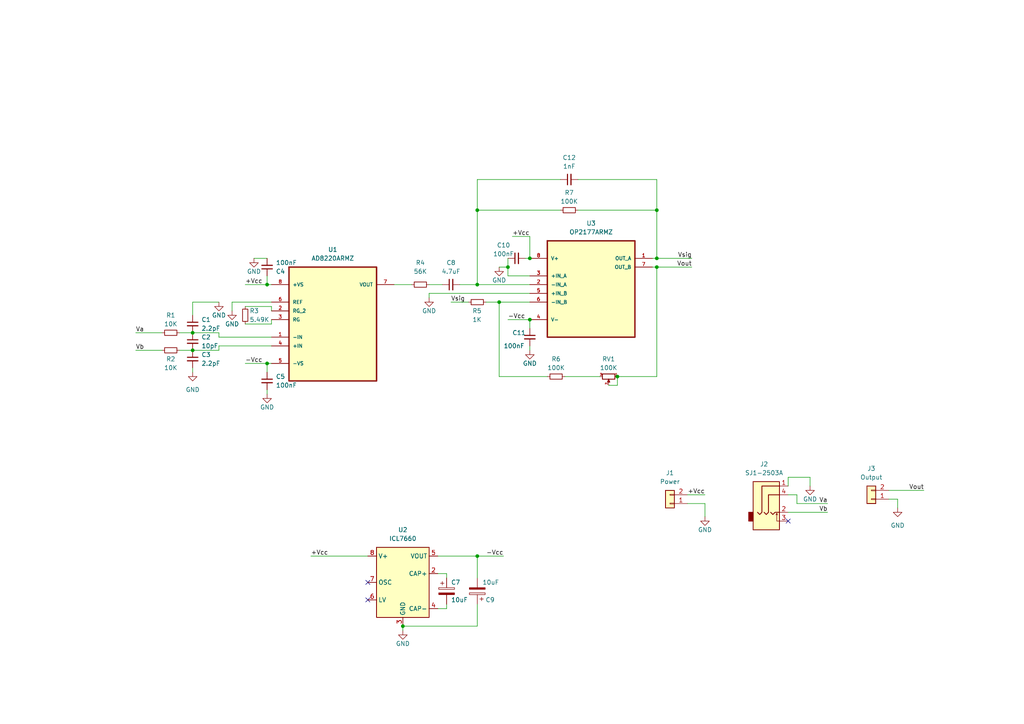
<source format=kicad_sch>
(kicad_sch (version 20211123) (generator eeschema)

  (uuid e63e39d7-6ac0-4ffd-8aa3-1841a4541b55)

  (paper "A4")

  (title_block
    (title "Differential Bio-amplifier")
    (date "2023-06-01")
    (rev "1.0")
    (company "RehabExo Pty Ltd")
    (comment 1 "Dr. Monzurul Alam")
  )

  (lib_symbols
    (symbol "Connector_Generic:Conn_01x02" (pin_names (offset 1.016) hide) (in_bom yes) (on_board yes)
      (property "Reference" "J" (id 0) (at 0 2.54 0)
        (effects (font (size 1.27 1.27)))
      )
      (property "Value" "Conn_01x02" (id 1) (at 0 -5.08 0)
        (effects (font (size 1.27 1.27)))
      )
      (property "Footprint" "" (id 2) (at 0 0 0)
        (effects (font (size 1.27 1.27)) hide)
      )
      (property "Datasheet" "~" (id 3) (at 0 0 0)
        (effects (font (size 1.27 1.27)) hide)
      )
      (property "ki_keywords" "connector" (id 4) (at 0 0 0)
        (effects (font (size 1.27 1.27)) hide)
      )
      (property "ki_description" "Generic connector, single row, 01x02, script generated (kicad-library-utils/schlib/autogen/connector/)" (id 5) (at 0 0 0)
        (effects (font (size 1.27 1.27)) hide)
      )
      (property "ki_fp_filters" "Connector*:*_1x??_*" (id 6) (at 0 0 0)
        (effects (font (size 1.27 1.27)) hide)
      )
      (symbol "Conn_01x02_1_1"
        (rectangle (start -1.27 -2.413) (end 0 -2.667)
          (stroke (width 0.1524) (type default) (color 0 0 0 0))
          (fill (type none))
        )
        (rectangle (start -1.27 0.127) (end 0 -0.127)
          (stroke (width 0.1524) (type default) (color 0 0 0 0))
          (fill (type none))
        )
        (rectangle (start -1.27 1.27) (end 1.27 -3.81)
          (stroke (width 0.254) (type default) (color 0 0 0 0))
          (fill (type background))
        )
        (pin passive line (at -5.08 0 0) (length 3.81)
          (name "Pin_1" (effects (font (size 1.27 1.27))))
          (number "1" (effects (font (size 1.27 1.27))))
        )
        (pin passive line (at -5.08 -2.54 0) (length 3.81)
          (name "Pin_2" (effects (font (size 1.27 1.27))))
          (number "2" (effects (font (size 1.27 1.27))))
        )
      )
    )
    (symbol "Device:C_Polarized" (pin_numbers hide) (pin_names (offset 0.254)) (in_bom yes) (on_board yes)
      (property "Reference" "C" (id 0) (at 0.635 2.54 0)
        (effects (font (size 1.27 1.27)) (justify left))
      )
      (property "Value" "C_Polarized" (id 1) (at 0.635 -2.54 0)
        (effects (font (size 1.27 1.27)) (justify left))
      )
      (property "Footprint" "" (id 2) (at 0.9652 -3.81 0)
        (effects (font (size 1.27 1.27)) hide)
      )
      (property "Datasheet" "~" (id 3) (at 0 0 0)
        (effects (font (size 1.27 1.27)) hide)
      )
      (property "ki_keywords" "cap capacitor" (id 4) (at 0 0 0)
        (effects (font (size 1.27 1.27)) hide)
      )
      (property "ki_description" "Polarized capacitor" (id 5) (at 0 0 0)
        (effects (font (size 1.27 1.27)) hide)
      )
      (property "ki_fp_filters" "CP_*" (id 6) (at 0 0 0)
        (effects (font (size 1.27 1.27)) hide)
      )
      (symbol "C_Polarized_0_1"
        (rectangle (start -2.286 0.508) (end 2.286 1.016)
          (stroke (width 0) (type default) (color 0 0 0 0))
          (fill (type none))
        )
        (polyline
          (pts
            (xy -1.778 2.286)
            (xy -0.762 2.286)
          )
          (stroke (width 0) (type default) (color 0 0 0 0))
          (fill (type none))
        )
        (polyline
          (pts
            (xy -1.27 2.794)
            (xy -1.27 1.778)
          )
          (stroke (width 0) (type default) (color 0 0 0 0))
          (fill (type none))
        )
        (rectangle (start 2.286 -0.508) (end -2.286 -1.016)
          (stroke (width 0) (type default) (color 0 0 0 0))
          (fill (type outline))
        )
      )
      (symbol "C_Polarized_1_1"
        (pin passive line (at 0 3.81 270) (length 2.794)
          (name "~" (effects (font (size 1.27 1.27))))
          (number "1" (effects (font (size 1.27 1.27))))
        )
        (pin passive line (at 0 -3.81 90) (length 2.794)
          (name "~" (effects (font (size 1.27 1.27))))
          (number "2" (effects (font (size 1.27 1.27))))
        )
      )
    )
    (symbol "Device:C_Small" (pin_numbers hide) (pin_names (offset 0.254) hide) (in_bom yes) (on_board yes)
      (property "Reference" "C" (id 0) (at 0.254 1.778 0)
        (effects (font (size 1.27 1.27)) (justify left))
      )
      (property "Value" "C_Small" (id 1) (at 0.254 -2.032 0)
        (effects (font (size 1.27 1.27)) (justify left))
      )
      (property "Footprint" "" (id 2) (at 0 0 0)
        (effects (font (size 1.27 1.27)) hide)
      )
      (property "Datasheet" "~" (id 3) (at 0 0 0)
        (effects (font (size 1.27 1.27)) hide)
      )
      (property "ki_keywords" "capacitor cap" (id 4) (at 0 0 0)
        (effects (font (size 1.27 1.27)) hide)
      )
      (property "ki_description" "Unpolarized capacitor, small symbol" (id 5) (at 0 0 0)
        (effects (font (size 1.27 1.27)) hide)
      )
      (property "ki_fp_filters" "C_*" (id 6) (at 0 0 0)
        (effects (font (size 1.27 1.27)) hide)
      )
      (symbol "C_Small_0_1"
        (polyline
          (pts
            (xy -1.524 -0.508)
            (xy 1.524 -0.508)
          )
          (stroke (width 0.3302) (type default) (color 0 0 0 0))
          (fill (type none))
        )
        (polyline
          (pts
            (xy -1.524 0.508)
            (xy 1.524 0.508)
          )
          (stroke (width 0.3048) (type default) (color 0 0 0 0))
          (fill (type none))
        )
      )
      (symbol "C_Small_1_1"
        (pin passive line (at 0 2.54 270) (length 2.032)
          (name "~" (effects (font (size 1.27 1.27))))
          (number "1" (effects (font (size 1.27 1.27))))
        )
        (pin passive line (at 0 -2.54 90) (length 2.032)
          (name "~" (effects (font (size 1.27 1.27))))
          (number "2" (effects (font (size 1.27 1.27))))
        )
      )
    )
    (symbol "Device:R_Potentiometer_Small" (pin_names (offset 1.016) hide) (in_bom yes) (on_board yes)
      (property "Reference" "RV" (id 0) (at -4.445 0 90)
        (effects (font (size 1.27 1.27)))
      )
      (property "Value" "R_Potentiometer_Small" (id 1) (at -2.54 0 90)
        (effects (font (size 1.27 1.27)))
      )
      (property "Footprint" "" (id 2) (at 0 0 0)
        (effects (font (size 1.27 1.27)) hide)
      )
      (property "Datasheet" "~" (id 3) (at 0 0 0)
        (effects (font (size 1.27 1.27)) hide)
      )
      (property "ki_keywords" "resistor variable" (id 4) (at 0 0 0)
        (effects (font (size 1.27 1.27)) hide)
      )
      (property "ki_description" "Potentiometer" (id 5) (at 0 0 0)
        (effects (font (size 1.27 1.27)) hide)
      )
      (property "ki_fp_filters" "Potentiometer*" (id 6) (at 0 0 0)
        (effects (font (size 1.27 1.27)) hide)
      )
      (symbol "R_Potentiometer_Small_0_1"
        (polyline
          (pts
            (xy 0.889 0)
            (xy 0.635 0)
            (xy 1.651 0.381)
            (xy 1.651 -0.381)
            (xy 0.635 0)
            (xy 0.889 0)
          )
          (stroke (width 0) (type default) (color 0 0 0 0))
          (fill (type outline))
        )
        (rectangle (start 0.762 1.8034) (end -0.762 -1.8034)
          (stroke (width 0.254) (type default) (color 0 0 0 0))
          (fill (type none))
        )
      )
      (symbol "R_Potentiometer_Small_1_1"
        (pin passive line (at 0 2.54 270) (length 0.635)
          (name "1" (effects (font (size 0.635 0.635))))
          (number "1" (effects (font (size 0.635 0.635))))
        )
        (pin passive line (at 2.54 0 180) (length 0.9906)
          (name "2" (effects (font (size 0.635 0.635))))
          (number "2" (effects (font (size 0.635 0.635))))
        )
        (pin passive line (at 0 -2.54 90) (length 0.635)
          (name "3" (effects (font (size 0.635 0.635))))
          (number "3" (effects (font (size 0.635 0.635))))
        )
      )
    )
    (symbol "Device:R_Small" (pin_numbers hide) (pin_names (offset 0.254) hide) (in_bom yes) (on_board yes)
      (property "Reference" "R" (id 0) (at 0.762 0.508 0)
        (effects (font (size 1.27 1.27)) (justify left))
      )
      (property "Value" "R_Small" (id 1) (at 0.762 -1.016 0)
        (effects (font (size 1.27 1.27)) (justify left))
      )
      (property "Footprint" "" (id 2) (at 0 0 0)
        (effects (font (size 1.27 1.27)) hide)
      )
      (property "Datasheet" "~" (id 3) (at 0 0 0)
        (effects (font (size 1.27 1.27)) hide)
      )
      (property "ki_keywords" "R resistor" (id 4) (at 0 0 0)
        (effects (font (size 1.27 1.27)) hide)
      )
      (property "ki_description" "Resistor, small symbol" (id 5) (at 0 0 0)
        (effects (font (size 1.27 1.27)) hide)
      )
      (property "ki_fp_filters" "R_*" (id 6) (at 0 0 0)
        (effects (font (size 1.27 1.27)) hide)
      )
      (symbol "R_Small_0_1"
        (rectangle (start -0.762 1.778) (end 0.762 -1.778)
          (stroke (width 0.2032) (type default) (color 0 0 0 0))
          (fill (type none))
        )
      )
      (symbol "R_Small_1_1"
        (pin passive line (at 0 2.54 270) (length 0.762)
          (name "~" (effects (font (size 1.27 1.27))))
          (number "1" (effects (font (size 1.27 1.27))))
        )
        (pin passive line (at 0 -2.54 90) (length 0.762)
          (name "~" (effects (font (size 1.27 1.27))))
          (number "2" (effects (font (size 1.27 1.27))))
        )
      )
    )
    (symbol "Regulator_SwitchedCapacitor:ICL7660" (in_bom yes) (on_board yes)
      (property "Reference" "U" (id 0) (at -6.35 11.43 0)
        (effects (font (size 1.27 1.27)))
      )
      (property "Value" "ICL7660" (id 1) (at 3.81 11.43 0)
        (effects (font (size 1.27 1.27)))
      )
      (property "Footprint" "" (id 2) (at 2.54 -2.54 0)
        (effects (font (size 1.27 1.27)) hide)
      )
      (property "Datasheet" "http://datasheets.maximintegrated.com/en/ds/ICL7660-MAX1044.pdf" (id 3) (at 2.54 -2.54 0)
        (effects (font (size 1.27 1.27)) hide)
      )
      (property "ki_keywords" "monolithic CMOS switched capacitor voltage converter invert double divide multiply" (id 4) (at 0 0 0)
        (effects (font (size 1.27 1.27)) hide)
      )
      (property "ki_description" "Switched-Capacitor Voltage Converter, 1.5V to 10.0V operating supply voltage, 10mA with a 0.5V output drop, SO-8/DIP-8/µMAX-8/TO-99" (id 5) (at 0 0 0)
        (effects (font (size 1.27 1.27)) hide)
      )
      (property "ki_fp_filters" "DIP*W7.62mm* SOIC*3.9x4.9mm* MSOP*3x3mm*P0.65mm* TO?99*" (id 6) (at 0 0 0)
        (effects (font (size 1.27 1.27)) hide)
      )
      (symbol "ICL7660_0_1"
        (rectangle (start -7.62 10.16) (end 7.62 -10.16)
          (stroke (width 0.254) (type default) (color 0 0 0 0))
          (fill (type background))
        )
      )
      (symbol "ICL7660_1_1"
        (pin no_connect line (at -7.62 5.08 0) (length 2.54) hide
          (name "NC" (effects (font (size 1.27 1.27))))
          (number "1" (effects (font (size 1.27 1.27))))
        )
        (pin input line (at 10.16 2.54 180) (length 2.54)
          (name "CAP+" (effects (font (size 1.27 1.27))))
          (number "2" (effects (font (size 1.27 1.27))))
        )
        (pin power_in line (at 0 -12.7 90) (length 2.54)
          (name "GND" (effects (font (size 1.27 1.27))))
          (number "3" (effects (font (size 1.27 1.27))))
        )
        (pin input line (at 10.16 -7.62 180) (length 2.54)
          (name "CAP-" (effects (font (size 1.27 1.27))))
          (number "4" (effects (font (size 1.27 1.27))))
        )
        (pin power_out line (at 10.16 7.62 180) (length 2.54)
          (name "VOUT" (effects (font (size 1.27 1.27))))
          (number "5" (effects (font (size 1.27 1.27))))
        )
        (pin input line (at -10.16 -5.08 0) (length 2.54)
          (name "LV" (effects (font (size 1.27 1.27))))
          (number "6" (effects (font (size 1.27 1.27))))
        )
        (pin input line (at -10.16 0 0) (length 2.54)
          (name "OSC" (effects (font (size 1.27 1.27))))
          (number "7" (effects (font (size 1.27 1.27))))
        )
        (pin power_in line (at -10.16 7.62 0) (length 2.54)
          (name "V+" (effects (font (size 1.27 1.27))))
          (number "8" (effects (font (size 1.27 1.27))))
        )
      )
    )
    (symbol "RehabExo:AD8220ARMZ" (pin_names (offset 1.016)) (in_bom yes) (on_board yes)
      (property "Reference" "U" (id 0) (at -4.4742 15.8124 0)
        (effects (font (size 1.27 1.27)) (justify left bottom))
      )
      (property "Value" "AD8220ARMZ" (id 1) (at -5.1909 -25.2165 0)
        (effects (font (size 1.27 1.27)) (justify left bottom))
      )
      (property "Footprint" "SOP65P490X110-8N" (id 2) (at 0 3.81 0)
        (effects (font (size 1.27 1.27)) (justify bottom) hide)
      )
      (property "Datasheet" "" (id 3) (at 0 0 0)
        (effects (font (size 1.27 1.27)) hide)
      )
      (property "SUPPLIER" "Analog Devices" (id 4) (at 0 -3.81 0)
        (effects (font (size 1.27 1.27)) (justify bottom) hide)
      )
      (property "OC_FARNELL" "1274225" (id 5) (at 0 -7.62 0)
        (effects (font (size 1.27 1.27)) (justify bottom) hide)
      )
      (property "OC_NEWARK" "19M0944" (id 6) (at 0 -10.16 0)
        (effects (font (size 1.27 1.27)) (justify bottom) hide)
      )
      (property "MPN" "AD8220ARMZ" (id 7) (at 0 -13.97 0)
        (effects (font (size 1.27 1.27)) (justify bottom) hide)
      )
      (property "PACKAGE" "MSOP-8" (id 8) (at 0 1.27 0)
        (effects (font (size 1.27 1.27)) (justify bottom) hide)
      )
      (symbol "AD8220ARMZ_0_0"
        (rectangle (start -12.7 -20.32) (end 12.7 12.7)
          (stroke (width 0.4064) (type default) (color 0 0 0 0))
          (fill (type background))
        )
        (pin input line (at -17.78 -7.62 0) (length 5.08)
          (name "-IN" (effects (font (size 1.016 1.016))))
          (number "1" (effects (font (size 1.016 1.016))))
        )
        (pin passive line (at -17.78 0 0) (length 5.08)
          (name "RG_2" (effects (font (size 1.016 1.016))))
          (number "2" (effects (font (size 1.016 1.016))))
        )
        (pin passive line (at -17.78 -2.54 0) (length 5.08)
          (name "RG" (effects (font (size 1.016 1.016))))
          (number "3" (effects (font (size 1.016 1.016))))
        )
        (pin input line (at -17.78 -10.16 0) (length 5.08)
          (name "+IN" (effects (font (size 1.016 1.016))))
          (number "4" (effects (font (size 1.016 1.016))))
        )
        (pin power_in line (at -17.78 -15.24 0) (length 5.08)
          (name "-VS" (effects (font (size 1.016 1.016))))
          (number "5" (effects (font (size 1.016 1.016))))
        )
        (pin passive line (at -17.78 2.54 0) (length 5.08)
          (name "REF" (effects (font (size 1.016 1.016))))
          (number "6" (effects (font (size 1.016 1.016))))
        )
        (pin output line (at 17.78 7.62 180) (length 5.08)
          (name "VOUT" (effects (font (size 1.016 1.016))))
          (number "7" (effects (font (size 1.016 1.016))))
        )
        (pin power_in line (at -17.78 7.62 0) (length 5.08)
          (name "+VS" (effects (font (size 1.016 1.016))))
          (number "8" (effects (font (size 1.016 1.016))))
        )
      )
    )
    (symbol "RehabExo:OP2177ARMZ" (pin_names (offset 1.016)) (in_bom yes) (on_board yes)
      (property "Reference" "U" (id 0) (at -4.9024 12.0148 0)
        (effects (font (size 1.27 1.27)) (justify left bottom))
      )
      (property "Value" "OP2177ARMZ" (id 1) (at -7.1151 -20.7862 0)
        (effects (font (size 1.27 1.27)) (justify left bottom))
      )
      (property "Footprint" "SOP65P490X110-8N" (id 2) (at 0 -11.43 0)
        (effects (font (size 1.27 1.27)) (justify bottom) hide)
      )
      (property "Datasheet" "" (id 3) (at 0 0 0)
        (effects (font (size 1.27 1.27)) hide)
      )
      (property "SUPPLIER" "Analog Devices" (id 4) (at 0 -15.24 0)
        (effects (font (size 1.27 1.27)) (justify bottom) hide)
      )
      (property "OC_FARNELL" "1843948" (id 5) (at 0 2.54 0)
        (effects (font (size 1.27 1.27)) (justify bottom) hide)
      )
      (property "OC_NEWARK" "22P9696" (id 6) (at 0 -2.54 0)
        (effects (font (size 1.27 1.27)) (justify bottom) hide)
      )
      (property "MPN" "OP2177ARMZ" (id 7) (at 0 0 0)
        (effects (font (size 1.27 1.27)) (justify bottom) hide)
      )
      (property "PACKAGE" "MSOP-8" (id 8) (at 0 5.08 0)
        (effects (font (size 1.27 1.27)) (justify bottom) hide)
      )
      (symbol "OP2177ARMZ_0_0"
        (rectangle (start -12.7 -17.78) (end 12.7 10.16)
          (stroke (width 0.4064) (type default) (color 0 0 0 0))
          (fill (type background))
        )
        (pin output line (at 17.78 5.08 180) (length 5.08)
          (name "OUT_A" (effects (font (size 1.016 1.016))))
          (number "1" (effects (font (size 1.016 1.016))))
        )
        (pin input line (at -17.78 -2.54 0) (length 5.08)
          (name "-IN_A" (effects (font (size 1.016 1.016))))
          (number "2" (effects (font (size 1.016 1.016))))
        )
        (pin input line (at -17.78 0 0) (length 5.08)
          (name "+IN_A" (effects (font (size 1.016 1.016))))
          (number "3" (effects (font (size 1.016 1.016))))
        )
        (pin power_in line (at -17.78 -12.7 0) (length 5.08)
          (name "V-" (effects (font (size 1.016 1.016))))
          (number "4" (effects (font (size 1.016 1.016))))
        )
        (pin input line (at -17.78 -5.08 0) (length 5.08)
          (name "+IN_B" (effects (font (size 1.016 1.016))))
          (number "5" (effects (font (size 1.016 1.016))))
        )
        (pin input line (at -17.78 -7.62 0) (length 5.08)
          (name "-IN_B" (effects (font (size 1.016 1.016))))
          (number "6" (effects (font (size 1.016 1.016))))
        )
        (pin output line (at 17.78 2.54 180) (length 5.08)
          (name "OUT_B" (effects (font (size 1.016 1.016))))
          (number "7" (effects (font (size 1.016 1.016))))
        )
        (pin power_in line (at -17.78 5.08 0) (length 5.08)
          (name "V+" (effects (font (size 1.016 1.016))))
          (number "8" (effects (font (size 1.016 1.016))))
        )
      )
    )
    (symbol "RehabExo:SJ1-2503A" (in_bom yes) (on_board yes)
      (property "Reference" "J2" (id 0) (at -1.905 8.89 0)
        (effects (font (size 1.27 1.27)))
      )
      (property "Value" "SJ1-2503A" (id 1) (at -1.905 6.35 0)
        (effects (font (size 1.27 1.27)))
      )
      (property "Footprint" "RehabExo:CUI_SJ1-2503A" (id 2) (at 0 0 0)
        (effects (font (size 1.27 1.27)) hide)
      )
      (property "Datasheet" "~" (id 3) (at 0 0 0)
        (effects (font (size 1.27 1.27)) hide)
      )
      (property "ki_keywords" "audio jack receptacle stereo headphones phones TRS connector" (id 4) (at 0 0 0)
        (effects (font (size 1.27 1.27)) hide)
      )
      (property "ki_description" "Audio Jack, 3 Poles (Stereo / TRS), Switched TR Poles (Normalling)" (id 5) (at 0 0 0)
        (effects (font (size 1.27 1.27)) hide)
      )
      (property "ki_fp_filters" "Jack*" (id 6) (at 0 0 0)
        (effects (font (size 1.27 1.27)) hide)
      )
      (symbol "SJ1-2503A_0_1"
        (rectangle (start -5.08 -5.08) (end -6.35 -7.62)
          (stroke (width 0.254) (type default) (color 0 0 0 0))
          (fill (type outline))
        )
        (polyline
          (pts
            (xy 1.778 -5.334)
            (xy 2.032 -5.842)
          )
          (stroke (width 0) (type default) (color 0 0 0 0))
          (fill (type none))
        )
        (polyline
          (pts
            (xy 0 -5.08)
            (xy 0.635 -5.715)
            (xy 1.27 -5.08)
            (xy 2.54 -5.08)
          )
          (stroke (width 0.254) (type default) (color 0 0 0 0))
          (fill (type none))
        )
        (polyline
          (pts
            (xy 2.54 -7.62)
            (xy 1.778 -7.62)
            (xy 1.778 -5.334)
            (xy 1.524 -5.842)
          )
          (stroke (width 0) (type default) (color 0 0 0 0))
          (fill (type none))
        )
        (polyline
          (pts
            (xy -1.905 -5.08)
            (xy -1.27 -5.715)
            (xy -0.635 -5.08)
            (xy -0.635 0)
            (xy 2.54 0)
          )
          (stroke (width 0.254) (type default) (color 0 0 0 0))
          (fill (type none))
        )
        (polyline
          (pts
            (xy 2.54 2.54)
            (xy -2.54 2.54)
            (xy -2.54 -5.08)
            (xy -3.175 -5.715)
            (xy -3.81 -5.08)
          )
          (stroke (width 0.254) (type default) (color 0 0 0 0))
          (fill (type none))
        )
        (rectangle (start 2.54 3.81) (end -5.08 -10.16)
          (stroke (width 0.254) (type default) (color 0 0 0 0))
          (fill (type background))
        )
      )
      (symbol "SJ1-2503A_1_1"
        (pin passive line (at 5.08 2.54 180) (length 2.54)
          (name "~" (effects (font (size 1.27 1.27))))
          (number "1" (effects (font (size 1.27 1.27))))
        )
        (pin passive line (at 5.08 -5.08 180) (length 2.54)
          (name "~" (effects (font (size 1.27 1.27))))
          (number "2" (effects (font (size 1.27 1.27))))
        )
        (pin passive line (at 5.08 -7.62 180) (length 2.54)
          (name "~" (effects (font (size 1.27 1.27))))
          (number "3" (effects (font (size 1.27 1.27))))
        )
        (pin passive line (at 5.08 0 180) (length 2.54)
          (name "~" (effects (font (size 1.27 1.27))))
          (number "4" (effects (font (size 1.27 1.27))))
        )
      )
    )
    (symbol "power:GND" (power) (pin_names (offset 0)) (in_bom yes) (on_board yes)
      (property "Reference" "#PWR" (id 0) (at 0 -6.35 0)
        (effects (font (size 1.27 1.27)) hide)
      )
      (property "Value" "GND" (id 1) (at 0 -3.81 0)
        (effects (font (size 1.27 1.27)))
      )
      (property "Footprint" "" (id 2) (at 0 0 0)
        (effects (font (size 1.27 1.27)) hide)
      )
      (property "Datasheet" "" (id 3) (at 0 0 0)
        (effects (font (size 1.27 1.27)) hide)
      )
      (property "ki_keywords" "power-flag" (id 4) (at 0 0 0)
        (effects (font (size 1.27 1.27)) hide)
      )
      (property "ki_description" "Power symbol creates a global label with name \"GND\" , ground" (id 5) (at 0 0 0)
        (effects (font (size 1.27 1.27)) hide)
      )
      (symbol "GND_0_1"
        (polyline
          (pts
            (xy 0 0)
            (xy 0 -1.27)
            (xy 1.27 -1.27)
            (xy 0 -2.54)
            (xy -1.27 -1.27)
            (xy 0 -1.27)
          )
          (stroke (width 0) (type default) (color 0 0 0 0))
          (fill (type none))
        )
      )
      (symbol "GND_1_1"
        (pin power_in line (at 0 0 270) (length 0) hide
          (name "GND" (effects (font (size 1.27 1.27))))
          (number "1" (effects (font (size 1.27 1.27))))
        )
      )
    )
  )

  (junction (at 190.5 77.47) (diameter 0) (color 0 0 0 0)
    (uuid 2b0ce9d8-e5a8-4ced-b2d1-07937172cc2d)
  )
  (junction (at 77.47 105.41) (diameter 0) (color 0 0 0 0)
    (uuid 331fca2f-00dd-4194-bcd3-6940ba754324)
  )
  (junction (at 55.88 101.6) (diameter 0) (color 0 0 0 0)
    (uuid 3561f999-5936-4dcf-bb4d-62af537bd011)
  )
  (junction (at 116.84 181.61) (diameter 0) (color 0 0 0 0)
    (uuid 6dd2b754-648f-4d5a-a7b4-c004c9b993e3)
  )
  (junction (at 190.5 60.96) (diameter 0) (color 0 0 0 0)
    (uuid 8f75cd58-c9f1-48a1-b28f-889e2dc11ddd)
  )
  (junction (at 55.88 96.52) (diameter 0) (color 0 0 0 0)
    (uuid aa05eb4d-42c4-43e7-a48b-0d6dbbf6e306)
  )
  (junction (at 138.43 82.55) (diameter 0) (color 0 0 0 0)
    (uuid c75e8792-715c-4b5c-a6eb-bd6adec1d8d3)
  )
  (junction (at 138.43 161.29) (diameter 0) (color 0 0 0 0)
    (uuid cc1b77af-799a-48de-a9a3-c6ffc84bdf10)
  )
  (junction (at 144.78 87.63) (diameter 0) (color 0 0 0 0)
    (uuid ce478f58-f93e-4a7e-945b-b1d5d7dd2cf5)
  )
  (junction (at 179.07 109.22) (diameter 0) (color 0 0 0 0)
    (uuid d4298ac0-4845-45b4-8122-80254eedf816)
  )
  (junction (at 190.5 74.93) (diameter 0) (color 0 0 0 0)
    (uuid d906bcc2-5ba3-496c-ac0e-a4f405041232)
  )
  (junction (at 77.47 82.55) (diameter 0) (color 0 0 0 0)
    (uuid dacb71a5-c032-43ca-b9a2-95f389786d67)
  )
  (junction (at 153.67 74.93) (diameter 0) (color 0 0 0 0)
    (uuid e0b7acd7-6d7a-48aa-93f0-48f7c9b1c5a1)
  )
  (junction (at 147.32 77.47) (diameter 0) (color 0 0 0 0)
    (uuid e9073366-f7a1-46d1-bf29-55dc27979fb2)
  )
  (junction (at 138.43 60.96) (diameter 0) (color 0 0 0 0)
    (uuid e9ddbacf-db9e-4cf7-ab10-6754154d4a9a)
  )
  (junction (at 153.67 92.71) (diameter 0) (color 0 0 0 0)
    (uuid ebd0f565-f9ba-4bbd-ba8c-7df3f3b56711)
  )

  (no_connect (at 106.68 173.99) (uuid 2da0c218-f525-488e-ae52-b37371a9c8c4))
  (no_connect (at 106.68 168.91) (uuid 4274c955-0ff2-4ffd-b308-32c7740d7229))
  (no_connect (at 228.6 151.13) (uuid 69ef1ab4-7750-4ee4-9b28-77e931a6066e))

  (wire (pts (xy 190.5 109.22) (xy 179.07 109.22))
    (stroke (width 0) (type default) (color 0 0 0 0))
    (uuid 07a9f9f9-829c-43c9-bbe7-031f5e805038)
  )
  (wire (pts (xy 138.43 52.07) (xy 138.43 60.96))
    (stroke (width 0) (type default) (color 0 0 0 0))
    (uuid 0919d984-0b39-4945-b267-74c25d254bb1)
  )
  (wire (pts (xy 199.39 143.51) (xy 204.47 143.51))
    (stroke (width 0) (type default) (color 0 0 0 0))
    (uuid 0f421719-f160-492d-bab5-d03441391dd8)
  )
  (wire (pts (xy 147.32 74.93) (xy 147.32 77.47))
    (stroke (width 0) (type default) (color 0 0 0 0))
    (uuid 0f7b4435-6b14-4655-abfb-b6ff5e9a9c44)
  )
  (wire (pts (xy 78.74 97.79) (xy 63.5 97.79))
    (stroke (width 0) (type default) (color 0 0 0 0))
    (uuid 105246de-c9ae-4fdc-9fc3-c86c99693724)
  )
  (wire (pts (xy 153.67 85.09) (xy 124.46 85.09))
    (stroke (width 0) (type default) (color 0 0 0 0))
    (uuid 107a4ca7-37e8-41b4-8054-ba9f48425332)
  )
  (wire (pts (xy 71.12 93.98) (xy 78.74 93.98))
    (stroke (width 0) (type default) (color 0 0 0 0))
    (uuid 133e728c-162d-4714-adc6-0d67035a35ff)
  )
  (wire (pts (xy 71.12 105.41) (xy 77.47 105.41))
    (stroke (width 0) (type default) (color 0 0 0 0))
    (uuid 13b1816d-38f9-4373-8687-614c17c6e282)
  )
  (wire (pts (xy 231.14 143.51) (xy 231.14 146.05))
    (stroke (width 0) (type default) (color 0 0 0 0))
    (uuid 14a77aa2-14ec-4e88-86a7-80a991a1380e)
  )
  (wire (pts (xy 260.35 147.32) (xy 260.35 144.78))
    (stroke (width 0) (type default) (color 0 0 0 0))
    (uuid 1834c86d-bbde-4be6-aeb8-2f6e6893a9c3)
  )
  (wire (pts (xy 152.4 74.93) (xy 153.67 74.93))
    (stroke (width 0) (type default) (color 0 0 0 0))
    (uuid 195122c0-3106-4edc-8d48-3fadd5454fa2)
  )
  (wire (pts (xy 204.47 149.86) (xy 204.47 146.05))
    (stroke (width 0) (type default) (color 0 0 0 0))
    (uuid 1d0dffe6-228c-49f6-9f97-f819f3823467)
  )
  (wire (pts (xy 55.88 106.68) (xy 55.88 107.95))
    (stroke (width 0) (type default) (color 0 0 0 0))
    (uuid 1dcc7404-858a-4a0d-ab6c-cc05ab15dfb2)
  )
  (wire (pts (xy 228.6 143.51) (xy 231.14 143.51))
    (stroke (width 0) (type default) (color 0 0 0 0))
    (uuid 2444451f-73f0-43c9-bb3d-e2f493f5b6ac)
  )
  (wire (pts (xy 190.5 74.93) (xy 189.23 74.93))
    (stroke (width 0) (type default) (color 0 0 0 0))
    (uuid 25833480-ceb7-4fac-8b17-dfd89d242825)
  )
  (wire (pts (xy 130.81 87.63) (xy 135.89 87.63))
    (stroke (width 0) (type default) (color 0 0 0 0))
    (uuid 25c1c751-1314-4a40-8246-b27d96cfb841)
  )
  (wire (pts (xy 199.39 146.05) (xy 204.47 146.05))
    (stroke (width 0) (type default) (color 0 0 0 0))
    (uuid 2a142531-bd13-4321-a287-1d7ffeb4b3c1)
  )
  (wire (pts (xy 190.5 77.47) (xy 189.23 77.47))
    (stroke (width 0) (type default) (color 0 0 0 0))
    (uuid 2b4dac8c-85b9-4fc7-9f80-c540b8b08a93)
  )
  (wire (pts (xy 138.43 82.55) (xy 153.67 82.55))
    (stroke (width 0) (type default) (color 0 0 0 0))
    (uuid 2d82a8f4-46cc-432c-bdd5-fe61bc34b323)
  )
  (wire (pts (xy 153.67 74.93) (xy 153.67 68.58))
    (stroke (width 0) (type default) (color 0 0 0 0))
    (uuid 2dc2dabb-adc1-4d2b-bc57-d81e0a78e3e9)
  )
  (wire (pts (xy 124.46 85.09) (xy 124.46 86.36))
    (stroke (width 0) (type default) (color 0 0 0 0))
    (uuid 2e254b4c-e2a6-49db-a305-f9b5654e086f)
  )
  (wire (pts (xy 140.97 87.63) (xy 144.78 87.63))
    (stroke (width 0) (type default) (color 0 0 0 0))
    (uuid 30d68b67-e29b-4150-848e-18b4befd633b)
  )
  (wire (pts (xy 144.78 87.63) (xy 144.78 109.22))
    (stroke (width 0) (type default) (color 0 0 0 0))
    (uuid 340ea987-b5e0-4c2c-9ed6-fd3e2d52af7c)
  )
  (wire (pts (xy 190.5 77.47) (xy 200.66 77.47))
    (stroke (width 0) (type default) (color 0 0 0 0))
    (uuid 35f4c16e-ac3d-4fde-9944-ad5721af5d1f)
  )
  (wire (pts (xy 39.37 96.52) (xy 46.99 96.52))
    (stroke (width 0) (type default) (color 0 0 0 0))
    (uuid 36bbb720-702c-4315-bffc-15ee58741bd7)
  )
  (wire (pts (xy 133.35 82.55) (xy 138.43 82.55))
    (stroke (width 0) (type default) (color 0 0 0 0))
    (uuid 38539919-33fd-4f62-ae73-5e87a3a8c73b)
  )
  (wire (pts (xy 129.54 176.53) (xy 127 176.53))
    (stroke (width 0) (type default) (color 0 0 0 0))
    (uuid 3bd73262-7ee1-4541-8298-a0d7411e1d75)
  )
  (wire (pts (xy 52.07 101.6) (xy 55.88 101.6))
    (stroke (width 0) (type default) (color 0 0 0 0))
    (uuid 41d4f8af-1867-4d58-b12b-9bef3ec5f44b)
  )
  (wire (pts (xy 162.56 52.07) (xy 138.43 52.07))
    (stroke (width 0) (type default) (color 0 0 0 0))
    (uuid 4354d91b-057f-4472-89ec-cff40741bc05)
  )
  (wire (pts (xy 129.54 175.26) (xy 129.54 176.53))
    (stroke (width 0) (type default) (color 0 0 0 0))
    (uuid 440e56b8-e696-4feb-9521-3e1f16f39a02)
  )
  (wire (pts (xy 158.75 109.22) (xy 144.78 109.22))
    (stroke (width 0) (type default) (color 0 0 0 0))
    (uuid 4669d9ff-c0ec-482a-b489-7c05d988bfaf)
  )
  (wire (pts (xy 190.5 52.07) (xy 190.5 60.96))
    (stroke (width 0) (type default) (color 0 0 0 0))
    (uuid 46f18020-4467-41c9-a4fd-dce9b40a5a5b)
  )
  (wire (pts (xy 234.95 140.97) (xy 234.95 138.43))
    (stroke (width 0) (type default) (color 0 0 0 0))
    (uuid 4b98562f-c596-4155-995a-acfad9338eb8)
  )
  (wire (pts (xy 55.88 87.63) (xy 55.88 91.44))
    (stroke (width 0) (type default) (color 0 0 0 0))
    (uuid 5d2de054-a1a8-4caf-bfe7-6227b1fedc9a)
  )
  (wire (pts (xy 153.67 95.25) (xy 153.67 92.71))
    (stroke (width 0) (type default) (color 0 0 0 0))
    (uuid 5f454174-87f0-4216-976a-0bb0d4386e86)
  )
  (wire (pts (xy 78.74 105.41) (xy 77.47 105.41))
    (stroke (width 0) (type default) (color 0 0 0 0))
    (uuid 5f9e0f25-b363-4ce6-8919-04173779bed4)
  )
  (wire (pts (xy 260.35 144.78) (xy 257.81 144.78))
    (stroke (width 0) (type default) (color 0 0 0 0))
    (uuid 6356508c-5251-4c65-80dd-7e189b2aed40)
  )
  (wire (pts (xy 77.47 105.41) (xy 77.47 107.95))
    (stroke (width 0) (type default) (color 0 0 0 0))
    (uuid 65278bfc-14d1-478b-8143-85b3c07e62c3)
  )
  (wire (pts (xy 39.37 101.6) (xy 46.99 101.6))
    (stroke (width 0) (type default) (color 0 0 0 0))
    (uuid 676e6c94-3afb-4169-a7f3-492a81da61c6)
  )
  (wire (pts (xy 78.74 88.9) (xy 78.74 90.17))
    (stroke (width 0) (type default) (color 0 0 0 0))
    (uuid 697eb581-3152-42f2-8cfa-b193c639d6e5)
  )
  (wire (pts (xy 148.59 68.58) (xy 153.67 68.58))
    (stroke (width 0) (type default) (color 0 0 0 0))
    (uuid 6981110e-1062-4802-9028-410496a9894a)
  )
  (wire (pts (xy 116.84 181.61) (xy 116.84 182.88))
    (stroke (width 0) (type default) (color 0 0 0 0))
    (uuid 6ad02073-0558-42a4-92fa-4add44c180cf)
  )
  (wire (pts (xy 77.47 80.01) (xy 77.47 82.55))
    (stroke (width 0) (type default) (color 0 0 0 0))
    (uuid 6f5a540d-035c-4845-ac39-129c5cdec009)
  )
  (wire (pts (xy 162.56 60.96) (xy 138.43 60.96))
    (stroke (width 0) (type default) (color 0 0 0 0))
    (uuid 6f7485fa-3a45-4b65-b722-cd354ea0e900)
  )
  (wire (pts (xy 147.32 92.71) (xy 153.67 92.71))
    (stroke (width 0) (type default) (color 0 0 0 0))
    (uuid 744ed5e7-0c7e-4724-9cec-bb8e818427d4)
  )
  (wire (pts (xy 63.5 97.79) (xy 63.5 96.52))
    (stroke (width 0) (type default) (color 0 0 0 0))
    (uuid 79d8cc8c-e269-4123-9a7d-92ffcff2671b)
  )
  (wire (pts (xy 78.74 82.55) (xy 77.47 82.55))
    (stroke (width 0) (type default) (color 0 0 0 0))
    (uuid 7a87926d-df35-4cb1-ae8d-8eebe9db17c5)
  )
  (wire (pts (xy 144.78 87.63) (xy 153.67 87.63))
    (stroke (width 0) (type default) (color 0 0 0 0))
    (uuid 7d1502a8-28fe-4d91-a049-c97057fd517f)
  )
  (wire (pts (xy 138.43 175.26) (xy 138.43 181.61))
    (stroke (width 0) (type default) (color 0 0 0 0))
    (uuid 87a79b8f-2884-4c6d-9e08-6da03103a9bc)
  )
  (wire (pts (xy 71.12 82.55) (xy 77.47 82.55))
    (stroke (width 0) (type default) (color 0 0 0 0))
    (uuid 89976b55-2698-47a5-a9e0-9e3b0e239da1)
  )
  (wire (pts (xy 77.47 113.03) (xy 77.47 114.3))
    (stroke (width 0) (type default) (color 0 0 0 0))
    (uuid 89d687e9-8902-4af1-8043-9aa106178e65)
  )
  (wire (pts (xy 138.43 161.29) (xy 138.43 167.64))
    (stroke (width 0) (type default) (color 0 0 0 0))
    (uuid 8f49d87f-befd-444f-8bc1-dc45adf26600)
  )
  (wire (pts (xy 71.12 88.9) (xy 78.74 88.9))
    (stroke (width 0) (type default) (color 0 0 0 0))
    (uuid 8fbe5c43-e0d1-4f68-803a-33ef56ff8ec9)
  )
  (wire (pts (xy 153.67 80.01) (xy 147.32 80.01))
    (stroke (width 0) (type default) (color 0 0 0 0))
    (uuid 92815045-58fb-4960-8073-aa564b79ca18)
  )
  (wire (pts (xy 179.07 109.22) (xy 179.07 111.76))
    (stroke (width 0) (type default) (color 0 0 0 0))
    (uuid 92f62e68-c918-4246-80f6-28eca1ede8b7)
  )
  (wire (pts (xy 228.6 148.59) (xy 240.03 148.59))
    (stroke (width 0) (type default) (color 0 0 0 0))
    (uuid 93ac230c-ea7e-4081-9108-43e82884346c)
  )
  (wire (pts (xy 176.53 111.76) (xy 179.07 111.76))
    (stroke (width 0) (type default) (color 0 0 0 0))
    (uuid 9acb9b2f-726f-4665-be5f-14e938ac88a8)
  )
  (wire (pts (xy 127 161.29) (xy 138.43 161.29))
    (stroke (width 0) (type default) (color 0 0 0 0))
    (uuid a05199a1-3017-4a2a-b893-ebc3b2f9310b)
  )
  (wire (pts (xy 55.88 96.52) (xy 63.5 96.52))
    (stroke (width 0) (type default) (color 0 0 0 0))
    (uuid a1403ee5-47d0-42c2-b674-d4f93f291c27)
  )
  (wire (pts (xy 67.31 87.63) (xy 67.31 90.17))
    (stroke (width 0) (type default) (color 0 0 0 0))
    (uuid a1fe7c02-942c-4c08-97d9-5ea85d13c90d)
  )
  (wire (pts (xy 63.5 87.63) (xy 55.88 87.63))
    (stroke (width 0) (type default) (color 0 0 0 0))
    (uuid a2119497-287d-430d-abbc-dd3ff27f00f3)
  )
  (wire (pts (xy 167.64 60.96) (xy 190.5 60.96))
    (stroke (width 0) (type default) (color 0 0 0 0))
    (uuid a5385ea8-ca32-4aca-a4a0-797cec2e9b1d)
  )
  (wire (pts (xy 129.54 167.64) (xy 129.54 166.37))
    (stroke (width 0) (type default) (color 0 0 0 0))
    (uuid b0228418-dad2-4b8d-a837-f46810bb487f)
  )
  (wire (pts (xy 190.5 74.93) (xy 200.66 74.93))
    (stroke (width 0) (type default) (color 0 0 0 0))
    (uuid b16840a8-7f34-4513-a8a6-ec1b1a83a139)
  )
  (wire (pts (xy 78.74 87.63) (xy 67.31 87.63))
    (stroke (width 0) (type default) (color 0 0 0 0))
    (uuid b7f9c9bd-ecba-4a8b-9419-cca0390ca926)
  )
  (wire (pts (xy 153.67 100.33) (xy 153.67 101.6))
    (stroke (width 0) (type default) (color 0 0 0 0))
    (uuid bb4fd7a5-8bcd-41cf-ab8f-29a58e8d42c2)
  )
  (wire (pts (xy 138.43 181.61) (xy 116.84 181.61))
    (stroke (width 0) (type default) (color 0 0 0 0))
    (uuid bc8836f4-9951-4b33-96ef-07d16eafd9ac)
  )
  (wire (pts (xy 190.5 109.22) (xy 190.5 77.47))
    (stroke (width 0) (type default) (color 0 0 0 0))
    (uuid bda8db5b-1907-4120-9406-d14df85516b2)
  )
  (wire (pts (xy 257.81 142.24) (xy 267.97 142.24))
    (stroke (width 0) (type default) (color 0 0 0 0))
    (uuid c1002f16-7a0a-4bc8-863c-357d86efccfb)
  )
  (wire (pts (xy 138.43 60.96) (xy 138.43 82.55))
    (stroke (width 0) (type default) (color 0 0 0 0))
    (uuid c11471b0-9844-41f4-83b4-58842d7533e5)
  )
  (wire (pts (xy 146.05 161.29) (xy 138.43 161.29))
    (stroke (width 0) (type default) (color 0 0 0 0))
    (uuid c2bc01f4-5091-4e65-a37e-2f806332483e)
  )
  (wire (pts (xy 114.3 82.55) (xy 119.38 82.55))
    (stroke (width 0) (type default) (color 0 0 0 0))
    (uuid c37a3d82-0053-4f2c-beb4-1759afae0b1a)
  )
  (wire (pts (xy 52.07 96.52) (xy 55.88 96.52))
    (stroke (width 0) (type default) (color 0 0 0 0))
    (uuid c6fe6585-150f-47cf-8972-cb7736081eb9)
  )
  (wire (pts (xy 190.5 60.96) (xy 190.5 74.93))
    (stroke (width 0) (type default) (color 0 0 0 0))
    (uuid c7c325a4-7604-4afc-9e1f-64b594270bc3)
  )
  (wire (pts (xy 147.32 80.01) (xy 147.32 77.47))
    (stroke (width 0) (type default) (color 0 0 0 0))
    (uuid cb6e20c8-0bbd-4c7f-a3aa-a14108c0fd46)
  )
  (wire (pts (xy 55.88 101.6) (xy 63.5 101.6))
    (stroke (width 0) (type default) (color 0 0 0 0))
    (uuid cd8f0709-e85b-405f-a762-1e67e3473fa9)
  )
  (wire (pts (xy 228.6 138.43) (xy 234.95 138.43))
    (stroke (width 0) (type default) (color 0 0 0 0))
    (uuid d8aba0f6-038b-4685-834b-637f83014fbd)
  )
  (wire (pts (xy 78.74 92.71) (xy 78.74 93.98))
    (stroke (width 0) (type default) (color 0 0 0 0))
    (uuid d8b830a2-54cd-40f6-8a7e-669f55b74fcf)
  )
  (wire (pts (xy 90.17 161.29) (xy 106.68 161.29))
    (stroke (width 0) (type default) (color 0 0 0 0))
    (uuid d9df4706-58da-4a90-a1fe-b2924e00b116)
  )
  (wire (pts (xy 167.64 52.07) (xy 190.5 52.07))
    (stroke (width 0) (type default) (color 0 0 0 0))
    (uuid d9f4a36a-78b5-4428-ae65-a51c0353e2b9)
  )
  (wire (pts (xy 73.66 74.93) (xy 77.47 74.93))
    (stroke (width 0) (type default) (color 0 0 0 0))
    (uuid dc37460f-b8e6-4432-851f-b2e1ec995d40)
  )
  (wire (pts (xy 63.5 100.33) (xy 63.5 101.6))
    (stroke (width 0) (type default) (color 0 0 0 0))
    (uuid deb6e52d-1996-4f59-a952-5979df2bc57c)
  )
  (wire (pts (xy 231.14 146.05) (xy 240.03 146.05))
    (stroke (width 0) (type default) (color 0 0 0 0))
    (uuid e360178c-a17a-4d58-8796-c707f6e15876)
  )
  (wire (pts (xy 228.6 138.43) (xy 228.6 140.97))
    (stroke (width 0) (type default) (color 0 0 0 0))
    (uuid ee972bd2-db3b-42e3-8564-d28a1f83f808)
  )
  (wire (pts (xy 78.74 100.33) (xy 63.5 100.33))
    (stroke (width 0) (type default) (color 0 0 0 0))
    (uuid f28044c1-0c80-4292-910c-1b6b6214fc28)
  )
  (wire (pts (xy 129.54 166.37) (xy 127 166.37))
    (stroke (width 0) (type default) (color 0 0 0 0))
    (uuid f2ccfe83-d3b4-4bcf-8563-fa0bd5654db1)
  )
  (wire (pts (xy 144.78 77.47) (xy 147.32 77.47))
    (stroke (width 0) (type default) (color 0 0 0 0))
    (uuid f581ea40-8a0f-4d39-8eb2-d0dfdc3bf345)
  )
  (wire (pts (xy 163.83 109.22) (xy 173.99 109.22))
    (stroke (width 0) (type default) (color 0 0 0 0))
    (uuid fea28bad-1f85-4472-adf2-c2c299251c6b)
  )
  (wire (pts (xy 124.46 82.55) (xy 128.27 82.55))
    (stroke (width 0) (type default) (color 0 0 0 0))
    (uuid ff8a2ac4-9001-41c1-b18d-9cb6b5d6ffa0)
  )

  (label "-Vcc" (at 147.32 92.71 0)
    (effects (font (size 1.27 1.27)) (justify left bottom))
    (uuid 0810ecf8-7b0a-4661-8a4d-ea664f5ec98a)
  )
  (label "Vsig" (at 130.81 87.63 0)
    (effects (font (size 1.27 1.27)) (justify left bottom))
    (uuid 099ea30e-0064-4982-a32b-f6f14ad9339c)
  )
  (label "Vb" (at 39.37 101.6 0)
    (effects (font (size 1.27 1.27)) (justify left bottom))
    (uuid 0a7c1386-b091-4dcb-b396-d1d35e52c619)
  )
  (label "+Vcc" (at 204.47 143.51 180)
    (effects (font (size 1.27 1.27)) (justify right bottom))
    (uuid 0a958f34-48fd-4536-9ebc-30ea5b7db50c)
  )
  (label "+Vcc" (at 90.17 161.29 0)
    (effects (font (size 1.27 1.27)) (justify left bottom))
    (uuid 14f144e8-a085-4a54-95ce-59ac9db61474)
  )
  (label "Va" (at 39.37 96.52 0)
    (effects (font (size 1.27 1.27)) (justify left bottom))
    (uuid 1a7e8ceb-ab86-4150-b48a-d3abb0db8cbb)
  )
  (label "+Vcc" (at 71.12 82.55 0)
    (effects (font (size 1.27 1.27)) (justify left bottom))
    (uuid 30c8e67c-8496-4604-bd6a-50bcbaa164f5)
  )
  (label "Va" (at 240.03 146.05 180)
    (effects (font (size 1.27 1.27)) (justify right bottom))
    (uuid 342d80fa-91b3-4ffd-90cf-177a623be722)
  )
  (label "+Vcc" (at 148.59 68.58 0)
    (effects (font (size 1.27 1.27)) (justify left bottom))
    (uuid 40f70ed9-41ca-4c3d-a9fa-62cb1071be0b)
  )
  (label "Vb" (at 240.03 148.59 180)
    (effects (font (size 1.27 1.27)) (justify right bottom))
    (uuid 4bc9f5c6-c04f-4334-82cf-420511f71d6b)
  )
  (label "Vout" (at 267.97 142.24 180)
    (effects (font (size 1.27 1.27)) (justify right bottom))
    (uuid 6c946193-43fa-44f2-b420-81c463a6c8bb)
  )
  (label "-Vcc" (at 146.05 161.29 180)
    (effects (font (size 1.27 1.27)) (justify right bottom))
    (uuid 80b246be-6889-4e87-a90f-ea5762d65ce4)
  )
  (label "-Vcc" (at 71.12 105.41 0)
    (effects (font (size 1.27 1.27)) (justify left bottom))
    (uuid 98a86676-c438-4617-b2bf-04674d20b246)
  )
  (label "Vsig" (at 200.66 74.93 180)
    (effects (font (size 1.27 1.27)) (justify right bottom))
    (uuid e728eca2-959e-4d23-9f33-e96ed73fac7e)
  )
  (label "Vout" (at 200.66 77.47 180)
    (effects (font (size 1.27 1.27)) (justify right bottom))
    (uuid f6488181-7b80-44bc-a091-2de2820dc577)
  )

  (symbol (lib_id "power:GND") (at 77.47 114.3 0) (unit 1)
    (in_bom yes) (on_board yes)
    (uuid 063222c6-e226-4bf9-b436-de6c8e57a433)
    (property "Reference" "#PWR05" (id 0) (at 77.47 120.65 0)
      (effects (font (size 1.27 1.27)) hide)
    )
    (property "Value" "GND" (id 1) (at 77.47 118.11 0))
    (property "Footprint" "" (id 2) (at 77.47 114.3 0)
      (effects (font (size 1.27 1.27)) hide)
    )
    (property "Datasheet" "" (id 3) (at 77.47 114.3 0)
      (effects (font (size 1.27 1.27)) hide)
    )
    (pin "1" (uuid b1cd199c-12d5-4bac-a63f-86edbd54fb77))
  )

  (symbol (lib_id "Device:C_Small") (at 77.47 77.47 180) (unit 1)
    (in_bom yes) (on_board yes)
    (uuid 09892af8-2d57-4f80-9a42-1edf0086d467)
    (property "Reference" "C4" (id 0) (at 80.01 78.74 0)
      (effects (font (size 1.27 1.27)) (justify right))
    )
    (property "Value" "100nF" (id 1) (at 80.01 76.2 0)
      (effects (font (size 1.27 1.27)) (justify right))
    )
    (property "Footprint" "Capacitor_SMD:C_0603_1608Metric" (id 2) (at 77.47 77.47 0)
      (effects (font (size 1.27 1.27)) hide)
    )
    (property "Datasheet" "~" (id 3) (at 77.47 77.47 0)
      (effects (font (size 1.27 1.27)) hide)
    )
    (pin "1" (uuid f2aecdb7-4905-4647-b94d-0b16ae9deb08))
    (pin "2" (uuid b3fc9d45-b226-45a2-bb39-38f799f0b598))
  )

  (symbol (lib_id "Device:R_Small") (at 161.29 109.22 90) (unit 1)
    (in_bom yes) (on_board yes)
    (uuid 0d2f2d81-c5cd-4488-befb-51781f050260)
    (property "Reference" "R6" (id 0) (at 161.29 104.14 90))
    (property "Value" "100K" (id 1) (at 161.29 106.68 90))
    (property "Footprint" "Resistor_SMD:R_0603_1608Metric" (id 2) (at 161.29 109.22 0)
      (effects (font (size 1.27 1.27)) hide)
    )
    (property "Datasheet" "~" (id 3) (at 161.29 109.22 0)
      (effects (font (size 1.27 1.27)) hide)
    )
    (pin "1" (uuid ecfef34f-13dd-4d97-aa03-b0088ceb3792))
    (pin "2" (uuid 7214cdd3-4cdf-4801-b560-e4c75592e4df))
  )

  (symbol (lib_id "power:GND") (at 204.47 149.86 0) (unit 1)
    (in_bom yes) (on_board yes)
    (uuid 0d3678d3-e3c8-498b-a666-85c766c5d53c)
    (property "Reference" "#PWR013" (id 0) (at 204.47 156.21 0)
      (effects (font (size 1.27 1.27)) hide)
    )
    (property "Value" "GND" (id 1) (at 204.47 153.67 0))
    (property "Footprint" "" (id 2) (at 204.47 149.86 0)
      (effects (font (size 1.27 1.27)) hide)
    )
    (property "Datasheet" "" (id 3) (at 204.47 149.86 0)
      (effects (font (size 1.27 1.27)) hide)
    )
    (pin "1" (uuid fbdd5564-31ca-4e28-8b16-1de7fc9c5a34))
  )

  (symbol (lib_id "power:GND") (at 67.31 90.17 0) (unit 1)
    (in_bom yes) (on_board yes)
    (uuid 10ff45f5-baca-4d14-8e93-e490f8165209)
    (property "Reference" "#PWR03" (id 0) (at 67.31 96.52 0)
      (effects (font (size 1.27 1.27)) hide)
    )
    (property "Value" "GND" (id 1) (at 67.31 93.98 0))
    (property "Footprint" "" (id 2) (at 67.31 90.17 0)
      (effects (font (size 1.27 1.27)) hide)
    )
    (property "Datasheet" "" (id 3) (at 67.31 90.17 0)
      (effects (font (size 1.27 1.27)) hide)
    )
    (pin "1" (uuid 3a7f46ca-92a8-4756-bfb8-cd4927ce9ae9))
  )

  (symbol (lib_id "Regulator_SwitchedCapacitor:ICL7660") (at 116.84 168.91 0) (unit 1)
    (in_bom yes) (on_board yes) (fields_autoplaced)
    (uuid 19aec941-d967-4940-a58a-9060a38854cb)
    (property "Reference" "U2" (id 0) (at 116.84 153.67 0))
    (property "Value" "ICL7660" (id 1) (at 116.84 156.21 0))
    (property "Footprint" "Package_SO:SOIC-8_3.9x4.9mm_P1.27mm" (id 2) (at 119.38 171.45 0)
      (effects (font (size 1.27 1.27)) hide)
    )
    (property "Datasheet" "http://datasheets.maximintegrated.com/en/ds/ICL7660-MAX1044.pdf" (id 3) (at 119.38 171.45 0)
      (effects (font (size 1.27 1.27)) hide)
    )
    (pin "1" (uuid 7e98c7bb-1d59-4b79-8dd7-3fc856d94f6e))
    (pin "2" (uuid 7ea5fa02-788a-478b-aebb-c1380934d36b))
    (pin "3" (uuid 1a9e2b11-80b9-435f-a9bf-a5b45e4a1043))
    (pin "4" (uuid c1383de0-8b89-4198-8e13-094764dd7221))
    (pin "5" (uuid 4d9c5bb1-1a0b-4685-9b64-9623bdfa6e36))
    (pin "6" (uuid 8edcf05f-b0d5-49a3-b916-fcd5f9b197b1))
    (pin "7" (uuid 1d901cb2-360a-4708-b3ed-e4b172d3996f))
    (pin "8" (uuid 1feb75da-52bc-4f54-bc22-6a4b1520ccea))
  )

  (symbol (lib_id "RehabExo:AD8220ARMZ") (at 96.52 90.17 0) (unit 1)
    (in_bom yes) (on_board yes) (fields_autoplaced)
    (uuid 28d065f4-2c9d-4abd-9e72-d37042234933)
    (property "Reference" "U1" (id 0) (at 96.52 72.39 0))
    (property "Value" "AD8220ARMZ" (id 1) (at 96.52 74.93 0))
    (property "Footprint" "Package_SO:MSOP-8_3x3mm_P0.65mm" (id 2) (at 96.52 86.36 0)
      (effects (font (size 1.27 1.27)) (justify bottom) hide)
    )
    (property "Datasheet" "" (id 3) (at 96.52 90.17 0)
      (effects (font (size 1.27 1.27)) hide)
    )
    (property "SUPPLIER" "Analog Devices" (id 4) (at 96.52 93.98 0)
      (effects (font (size 1.27 1.27)) (justify bottom) hide)
    )
    (property "OC_FARNELL" "1274225" (id 5) (at 96.52 97.79 0)
      (effects (font (size 1.27 1.27)) (justify bottom) hide)
    )
    (property "OC_NEWARK" "19M0944" (id 6) (at 96.52 100.33 0)
      (effects (font (size 1.27 1.27)) (justify bottom) hide)
    )
    (property "MPN" "AD8220ARMZ" (id 7) (at 96.52 104.14 0)
      (effects (font (size 1.27 1.27)) (justify bottom) hide)
    )
    (property "PACKAGE" "MSOP-8" (id 8) (at 96.52 88.9 0)
      (effects (font (size 1.27 1.27)) (justify bottom) hide)
    )
    (pin "1" (uuid 72b089df-c5d1-429b-817b-3ed3e0e3870a))
    (pin "2" (uuid ec7ab18d-1c1c-484a-80c6-05779eec741b))
    (pin "3" (uuid 6f773297-a455-4b62-82dd-81810c3cefc5))
    (pin "4" (uuid 8a29b0b2-b830-4d6b-97c1-b1f253cf25ab))
    (pin "5" (uuid fa58eeac-d8e6-4f12-9442-baef68913fba))
    (pin "6" (uuid 8328ca7e-1f38-4a32-bcfc-91a3df3ec79c))
    (pin "7" (uuid 0be64e80-7a57-472c-9519-b3311f228759))
    (pin "8" (uuid 6edfe34c-a68b-45bf-ac15-6622eca13146))
  )

  (symbol (lib_id "power:GND") (at 55.88 107.95 0) (unit 1)
    (in_bom yes) (on_board yes) (fields_autoplaced)
    (uuid 2b032b6f-8dfd-4462-a7b7-65c2c02e7815)
    (property "Reference" "#PWR01" (id 0) (at 55.88 114.3 0)
      (effects (font (size 1.27 1.27)) hide)
    )
    (property "Value" "GND" (id 1) (at 55.88 113.03 0))
    (property "Footprint" "" (id 2) (at 55.88 107.95 0)
      (effects (font (size 1.27 1.27)) hide)
    )
    (property "Datasheet" "" (id 3) (at 55.88 107.95 0)
      (effects (font (size 1.27 1.27)) hide)
    )
    (pin "1" (uuid f2c74efe-f0c7-4f39-9a32-77a21ff7c9c0))
  )

  (symbol (lib_id "Device:R_Small") (at 165.1 60.96 90) (unit 1)
    (in_bom yes) (on_board yes)
    (uuid 37d883e9-5e29-40df-bb0d-9720d9b8cc07)
    (property "Reference" "R7" (id 0) (at 165.1 55.88 90))
    (property "Value" "100K" (id 1) (at 165.1 58.42 90))
    (property "Footprint" "Resistor_SMD:R_0603_1608Metric" (id 2) (at 165.1 60.96 0)
      (effects (font (size 1.27 1.27)) hide)
    )
    (property "Datasheet" "~" (id 3) (at 165.1 60.96 0)
      (effects (font (size 1.27 1.27)) hide)
    )
    (pin "1" (uuid 39c8d197-45cb-47f1-b6ff-4d3cf9bef033))
    (pin "2" (uuid 45222c51-d95a-4e37-a825-726bb9f8623e))
  )

  (symbol (lib_id "Device:C_Small") (at 55.88 99.06 0) (unit 1)
    (in_bom yes) (on_board yes) (fields_autoplaced)
    (uuid 3c9ea5c5-4732-4444-aff9-d9f7513e3494)
    (property "Reference" "C2" (id 0) (at 58.42 97.7962 0)
      (effects (font (size 1.27 1.27)) (justify left))
    )
    (property "Value" "10pF" (id 1) (at 58.42 100.3362 0)
      (effects (font (size 1.27 1.27)) (justify left))
    )
    (property "Footprint" "Capacitor_SMD:C_0603_1608Metric" (id 2) (at 55.88 99.06 0)
      (effects (font (size 1.27 1.27)) hide)
    )
    (property "Datasheet" "~" (id 3) (at 55.88 99.06 0)
      (effects (font (size 1.27 1.27)) hide)
    )
    (pin "1" (uuid c6a7690e-9b50-478f-8181-9c7edb7efd98))
    (pin "2" (uuid dc54a2bb-dbd6-498d-8e9e-4b48cd058457))
  )

  (symbol (lib_id "power:GND") (at 234.95 140.97 0) (unit 1)
    (in_bom yes) (on_board yes)
    (uuid 3dd392dc-da19-41d1-92c0-8c97bd3ce0d8)
    (property "Reference" "#PWR011" (id 0) (at 234.95 147.32 0)
      (effects (font (size 1.27 1.27)) hide)
    )
    (property "Value" "GND" (id 1) (at 234.95 144.78 0))
    (property "Footprint" "" (id 2) (at 234.95 140.97 0)
      (effects (font (size 1.27 1.27)) hide)
    )
    (property "Datasheet" "" (id 3) (at 234.95 140.97 0)
      (effects (font (size 1.27 1.27)) hide)
    )
    (pin "1" (uuid e14bfc4a-782f-431c-849a-815a0c5530da))
  )

  (symbol (lib_id "Device:C_Small") (at 165.1 52.07 90) (unit 1)
    (in_bom yes) (on_board yes) (fields_autoplaced)
    (uuid 52cb9d82-0435-477e-9cd4-510dc82e34b8)
    (property "Reference" "C12" (id 0) (at 165.1063 45.72 90))
    (property "Value" "1nF" (id 1) (at 165.1063 48.26 90))
    (property "Footprint" "Capacitor_SMD:C_0603_1608Metric" (id 2) (at 165.1 52.07 0)
      (effects (font (size 1.27 1.27)) hide)
    )
    (property "Datasheet" "~" (id 3) (at 165.1 52.07 0)
      (effects (font (size 1.27 1.27)) hide)
    )
    (pin "1" (uuid 9da28803-4274-4e05-aa15-600bfd864a0d))
    (pin "2" (uuid d20bdb50-8755-4b6c-b49a-268f7e1b66d4))
  )

  (symbol (lib_id "power:GND") (at 124.46 86.36 0) (unit 1)
    (in_bom yes) (on_board yes)
    (uuid 5d04ea4a-21eb-4482-ad37-eae83970e68d)
    (property "Reference" "#PWR08" (id 0) (at 124.46 92.71 0)
      (effects (font (size 1.27 1.27)) hide)
    )
    (property "Value" "GND" (id 1) (at 124.46 90.17 0))
    (property "Footprint" "" (id 2) (at 124.46 86.36 0)
      (effects (font (size 1.27 1.27)) hide)
    )
    (property "Datasheet" "" (id 3) (at 124.46 86.36 0)
      (effects (font (size 1.27 1.27)) hide)
    )
    (pin "1" (uuid a3491de3-fbd2-43d6-8a0e-2c34138d333b))
  )

  (symbol (lib_id "RehabExo:OP2177ARMZ") (at 171.45 80.01 0) (unit 1)
    (in_bom yes) (on_board yes) (fields_autoplaced)
    (uuid 601ae135-0f7c-43cf-844d-34e271598e20)
    (property "Reference" "U3" (id 0) (at 171.45 64.77 0))
    (property "Value" "OP2177ARMZ" (id 1) (at 171.45 67.31 0))
    (property "Footprint" "Package_SO:MSOP-8_3x3mm_P0.65mm" (id 2) (at 171.45 91.44 0)
      (effects (font (size 1.27 1.27)) (justify bottom) hide)
    )
    (property "Datasheet" "" (id 3) (at 171.45 80.01 0)
      (effects (font (size 1.27 1.27)) hide)
    )
    (property "SUPPLIER" "Analog Devices" (id 4) (at 171.45 95.25 0)
      (effects (font (size 1.27 1.27)) (justify bottom) hide)
    )
    (property "OC_FARNELL" "1843948" (id 5) (at 171.45 77.47 0)
      (effects (font (size 1.27 1.27)) (justify bottom) hide)
    )
    (property "OC_NEWARK" "22P9696" (id 6) (at 171.45 82.55 0)
      (effects (font (size 1.27 1.27)) (justify bottom) hide)
    )
    (property "MPN" "OP2177ARMZ" (id 7) (at 171.45 80.01 0)
      (effects (font (size 1.27 1.27)) (justify bottom) hide)
    )
    (property "PACKAGE" "MSOP-8" (id 8) (at 171.45 74.93 0)
      (effects (font (size 1.27 1.27)) (justify bottom) hide)
    )
    (pin "1" (uuid 1699897b-2c08-4500-b638-3a9998b2fd06))
    (pin "2" (uuid e1036d9c-df67-403b-b2b0-888962d75d5a))
    (pin "3" (uuid 05becc22-f73d-4bb5-b5f7-a6e0a0e06c5e))
    (pin "4" (uuid bab9f37e-b9aa-434d-ae21-8877a4b4669c))
    (pin "5" (uuid b459a181-8e4f-4c45-904a-3a051364d662))
    (pin "6" (uuid 9baf8398-4daf-4c5c-81da-e37d1d70fd28))
    (pin "7" (uuid 128a12e3-2241-4fd5-a9ae-81e6447053e3))
    (pin "8" (uuid 4b885436-5d7f-41a9-ac9d-5d9097029c48))
  )

  (symbol (lib_id "Device:R_Small") (at 121.92 82.55 90) (unit 1)
    (in_bom yes) (on_board yes) (fields_autoplaced)
    (uuid 63d5f1d1-85cc-4b28-85ea-0f07e56c6e8f)
    (property "Reference" "R4" (id 0) (at 121.92 76.2 90))
    (property "Value" "56K" (id 1) (at 121.92 78.74 90))
    (property "Footprint" "Resistor_SMD:R_0603_1608Metric" (id 2) (at 121.92 82.55 0)
      (effects (font (size 1.27 1.27)) hide)
    )
    (property "Datasheet" "~" (id 3) (at 121.92 82.55 0)
      (effects (font (size 1.27 1.27)) hide)
    )
    (pin "1" (uuid 6f1f8608-d16c-47e7-b711-9a9823962396))
    (pin "2" (uuid 98822ddd-c5ea-4039-954a-b97b69276182))
  )

  (symbol (lib_id "Device:R_Potentiometer_Small") (at 176.53 109.22 270) (unit 1)
    (in_bom yes) (on_board yes)
    (uuid 659dfc45-2cff-4898-b7f2-f0bd7030d823)
    (property "Reference" "RV1" (id 0) (at 176.53 104.14 90))
    (property "Value" "100K" (id 1) (at 176.53 106.68 90))
    (property "Footprint" "RehabExo:TRIM_TC33X-2-104E" (id 2) (at 176.53 109.22 0)
      (effects (font (size 1.27 1.27)) hide)
    )
    (property "Datasheet" "~" (id 3) (at 176.53 109.22 0)
      (effects (font (size 1.27 1.27)) hide)
    )
    (pin "1" (uuid 4560cd8f-e07f-45b0-b8c6-0ae6a9e0048d))
    (pin "2" (uuid f117a71d-d9bb-4f69-a7c5-545aba2727c1))
    (pin "3" (uuid 6f1338a0-cbca-4eda-91e4-b900568a9e1d))
  )

  (symbol (lib_id "Connector_Generic:Conn_01x02") (at 252.73 144.78 180) (unit 1)
    (in_bom yes) (on_board yes) (fields_autoplaced)
    (uuid 67a5235e-c0c9-4a3b-b3b5-43857ee00f4e)
    (property "Reference" "J3" (id 0) (at 252.73 135.89 0))
    (property "Value" "Output" (id 1) (at 252.73 138.43 0))
    (property "Footprint" "Connector_PinHeader_2.54mm:PinHeader_1x02_P2.54mm_Vertical" (id 2) (at 252.73 144.78 0)
      (effects (font (size 1.27 1.27)) hide)
    )
    (property "Datasheet" "~" (id 3) (at 252.73 144.78 0)
      (effects (font (size 1.27 1.27)) hide)
    )
    (pin "1" (uuid e7c650f7-492e-4c3a-81f4-93f479405bda))
    (pin "2" (uuid a605a05f-5e6c-4fbb-9bbe-09fb0f170705))
  )

  (symbol (lib_id "power:GND") (at 260.35 147.32 0) (unit 1)
    (in_bom yes) (on_board yes) (fields_autoplaced)
    (uuid 79f4c5f2-55d2-4e6d-bcf6-9cfc85973bd9)
    (property "Reference" "#PWR012" (id 0) (at 260.35 153.67 0)
      (effects (font (size 1.27 1.27)) hide)
    )
    (property "Value" "GND" (id 1) (at 260.35 152.4 0))
    (property "Footprint" "" (id 2) (at 260.35 147.32 0)
      (effects (font (size 1.27 1.27)) hide)
    )
    (property "Datasheet" "" (id 3) (at 260.35 147.32 0)
      (effects (font (size 1.27 1.27)) hide)
    )
    (pin "1" (uuid 3d5f35c6-83cc-4431-ba64-58c46c870015))
  )

  (symbol (lib_id "Device:C_Small") (at 55.88 104.14 0) (unit 1)
    (in_bom yes) (on_board yes) (fields_autoplaced)
    (uuid 7e24d928-e999-4f3a-9538-425447ace40f)
    (property "Reference" "C3" (id 0) (at 58.42 102.8762 0)
      (effects (font (size 1.27 1.27)) (justify left))
    )
    (property "Value" "2.2pF" (id 1) (at 58.42 105.4162 0)
      (effects (font (size 1.27 1.27)) (justify left))
    )
    (property "Footprint" "Capacitor_SMD:C_0603_1608Metric" (id 2) (at 55.88 104.14 0)
      (effects (font (size 1.27 1.27)) hide)
    )
    (property "Datasheet" "~" (id 3) (at 55.88 104.14 0)
      (effects (font (size 1.27 1.27)) hide)
    )
    (pin "1" (uuid df4c4a25-1305-41b4-bc9c-3062b1ec199c))
    (pin "2" (uuid 58eedebc-b5d8-4c01-8932-c42973c9b46c))
  )

  (symbol (lib_id "Device:R_Small") (at 49.53 96.52 90) (unit 1)
    (in_bom yes) (on_board yes)
    (uuid 7ec08d25-e6ae-4add-9f05-9769bf812a13)
    (property "Reference" "R1" (id 0) (at 49.53 91.44 90))
    (property "Value" "10K" (id 1) (at 49.53 93.98 90))
    (property "Footprint" "Resistor_SMD:R_0603_1608Metric" (id 2) (at 49.53 96.52 0)
      (effects (font (size 1.27 1.27)) hide)
    )
    (property "Datasheet" "~" (id 3) (at 49.53 96.52 0)
      (effects (font (size 1.27 1.27)) hide)
    )
    (pin "1" (uuid 9206fefa-d1c6-44cd-ba6a-1134a8ae496a))
    (pin "2" (uuid 63d398a4-779d-43f2-937d-b177eb84fb43))
  )

  (symbol (lib_id "Device:C_Small") (at 130.81 82.55 90) (unit 1)
    (in_bom yes) (on_board yes) (fields_autoplaced)
    (uuid 83d3af66-c690-4faa-9bf0-9493e445d81e)
    (property "Reference" "C8" (id 0) (at 130.8163 76.2 90))
    (property "Value" "4.7uF" (id 1) (at 130.8163 78.74 90))
    (property "Footprint" "Capacitor_SMD:C_0603_1608Metric" (id 2) (at 130.81 82.55 0)
      (effects (font (size 1.27 1.27)) hide)
    )
    (property "Datasheet" "~" (id 3) (at 130.81 82.55 0)
      (effects (font (size 1.27 1.27)) hide)
    )
    (pin "1" (uuid 1fbd6357-08f9-430f-a50c-6440ad6a19e0))
    (pin "2" (uuid 9b3dea41-b5db-40a9-a8f1-b2bd817b24b9))
  )

  (symbol (lib_id "Device:R_Small") (at 49.53 101.6 90) (unit 1)
    (in_bom yes) (on_board yes)
    (uuid 8c257c1a-38e6-428d-b87b-83ace65ac5d4)
    (property "Reference" "R2" (id 0) (at 49.53 104.14 90))
    (property "Value" "10K" (id 1) (at 49.53 106.68 90))
    (property "Footprint" "Resistor_SMD:R_0603_1608Metric" (id 2) (at 49.53 101.6 0)
      (effects (font (size 1.27 1.27)) hide)
    )
    (property "Datasheet" "~" (id 3) (at 49.53 101.6 0)
      (effects (font (size 1.27 1.27)) hide)
    )
    (pin "1" (uuid f602457e-4539-4bbd-a96b-4c64c541f960))
    (pin "2" (uuid 6e96292a-8640-4eaf-8454-5aae565bb32a))
  )

  (symbol (lib_id "Device:R_Small") (at 71.12 91.44 180) (unit 1)
    (in_bom yes) (on_board yes)
    (uuid 8d7b65f4-0311-4f29-b834-3006df46024f)
    (property "Reference" "R3" (id 0) (at 72.39 90.17 0)
      (effects (font (size 1.27 1.27)) (justify right))
    )
    (property "Value" "5.49K" (id 1) (at 72.39 92.71 0)
      (effects (font (size 1.27 1.27)) (justify right))
    )
    (property "Footprint" "Resistor_SMD:R_0603_1608Metric" (id 2) (at 71.12 91.44 0)
      (effects (font (size 1.27 1.27)) hide)
    )
    (property "Datasheet" "~" (id 3) (at 71.12 91.44 0)
      (effects (font (size 1.27 1.27)) hide)
    )
    (pin "1" (uuid 4bd7775d-4dd8-4c3e-9f87-e7c7d1e59575))
    (pin "2" (uuid 8249b123-3867-4005-86be-14bfa774027c))
  )

  (symbol (lib_id "power:GND") (at 63.5 87.63 0) (unit 1)
    (in_bom yes) (on_board yes)
    (uuid 93d1de23-b374-4a31-b7fe-35244c743d38)
    (property "Reference" "#PWR02" (id 0) (at 63.5 93.98 0)
      (effects (font (size 1.27 1.27)) hide)
    )
    (property "Value" "GND" (id 1) (at 63.5 91.44 0))
    (property "Footprint" "" (id 2) (at 63.5 87.63 0)
      (effects (font (size 1.27 1.27)) hide)
    )
    (property "Datasheet" "" (id 3) (at 63.5 87.63 0)
      (effects (font (size 1.27 1.27)) hide)
    )
    (pin "1" (uuid 846a7b5c-81c3-45c8-a7dd-1d06127d93a3))
  )

  (symbol (lib_id "power:GND") (at 153.67 101.6 0) (unit 1)
    (in_bom yes) (on_board yes)
    (uuid 99c8717b-2ab5-41f5-93d9-40e796734f6f)
    (property "Reference" "#PWR010" (id 0) (at 153.67 107.95 0)
      (effects (font (size 1.27 1.27)) hide)
    )
    (property "Value" "GND" (id 1) (at 153.67 105.41 0))
    (property "Footprint" "" (id 2) (at 153.67 101.6 0)
      (effects (font (size 1.27 1.27)) hide)
    )
    (property "Datasheet" "" (id 3) (at 153.67 101.6 0)
      (effects (font (size 1.27 1.27)) hide)
    )
    (pin "1" (uuid 76fb143e-2730-4097-b4b2-ae6246432ae4))
  )

  (symbol (lib_id "Connector_Generic:Conn_01x02") (at 194.31 146.05 180) (unit 1)
    (in_bom yes) (on_board yes) (fields_autoplaced)
    (uuid 9abf9322-3607-4937-820e-d95acb318ec8)
    (property "Reference" "J1" (id 0) (at 194.31 137.16 0))
    (property "Value" "Power" (id 1) (at 194.31 139.7 0))
    (property "Footprint" "Connector_JST:JST_PH_B2B-PH-K_1x02_P2.00mm_Vertical" (id 2) (at 194.31 146.05 0)
      (effects (font (size 1.27 1.27)) hide)
    )
    (property "Datasheet" "~" (id 3) (at 194.31 146.05 0)
      (effects (font (size 1.27 1.27)) hide)
    )
    (pin "1" (uuid f013e637-397d-42ae-bb16-1a4798482a95))
    (pin "2" (uuid 55b8a13b-6894-4208-a000-86cbaab261aa))
  )

  (symbol (lib_id "Device:R_Small") (at 138.43 87.63 270) (unit 1)
    (in_bom yes) (on_board yes)
    (uuid 9ac92341-c5ae-4496-9496-69b9f3963db2)
    (property "Reference" "R5" (id 0) (at 139.7 90.17 90)
      (effects (font (size 1.27 1.27)) (justify right))
    )
    (property "Value" "1K" (id 1) (at 139.7 92.71 90)
      (effects (font (size 1.27 1.27)) (justify right))
    )
    (property "Footprint" "Resistor_SMD:R_0603_1608Metric" (id 2) (at 138.43 87.63 0)
      (effects (font (size 1.27 1.27)) hide)
    )
    (property "Datasheet" "~" (id 3) (at 138.43 87.63 0)
      (effects (font (size 1.27 1.27)) hide)
    )
    (pin "1" (uuid 03391556-bf80-4aa1-a1fb-7ff227b7d1f0))
    (pin "2" (uuid 5d716936-63fd-492b-b899-0f592d05c4fe))
  )

  (symbol (lib_id "power:GND") (at 116.84 182.88 0) (unit 1)
    (in_bom yes) (on_board yes)
    (uuid 9b0f93ef-a45a-4738-a37f-ee43c3ce3020)
    (property "Reference" "#PWR07" (id 0) (at 116.84 189.23 0)
      (effects (font (size 1.27 1.27)) hide)
    )
    (property "Value" "GND" (id 1) (at 116.84 186.69 0))
    (property "Footprint" "" (id 2) (at 116.84 182.88 0)
      (effects (font (size 1.27 1.27)) hide)
    )
    (property "Datasheet" "" (id 3) (at 116.84 182.88 0)
      (effects (font (size 1.27 1.27)) hide)
    )
    (pin "1" (uuid 08402209-d3fd-42d4-8065-6a77e812c43c))
  )

  (symbol (lib_id "Device:C_Polarized") (at 129.54 171.45 0) (unit 1)
    (in_bom yes) (on_board yes)
    (uuid a55e1730-9cc6-449f-95c7-a4b048ce6ae3)
    (property "Reference" "C7" (id 0) (at 130.81 168.91 0)
      (effects (font (size 1.27 1.27)) (justify left))
    )
    (property "Value" "10uF" (id 1) (at 130.81 173.99 0)
      (effects (font (size 1.27 1.27)) (justify left))
    )
    (property "Footprint" "Capacitor_SMD:C_1206_3216Metric" (id 2) (at 130.5052 175.26 0)
      (effects (font (size 1.27 1.27)) hide)
    )
    (property "Datasheet" "~" (id 3) (at 129.54 171.45 0)
      (effects (font (size 1.27 1.27)) hide)
    )
    (pin "1" (uuid 06c3c04c-6c4b-4c5d-8552-dca1efe1a3db))
    (pin "2" (uuid b84e5c3c-d5ba-45dc-a996-457d3d15ea34))
  )

  (symbol (lib_id "Device:C_Small") (at 153.67 97.79 0) (unit 1)
    (in_bom yes) (on_board yes)
    (uuid a8176d21-2cef-4394-8700-cc418102f59b)
    (property "Reference" "C11" (id 0) (at 148.59 96.52 0)
      (effects (font (size 1.27 1.27)) (justify left))
    )
    (property "Value" "100nF" (id 1) (at 146.05 100.33 0)
      (effects (font (size 1.27 1.27)) (justify left))
    )
    (property "Footprint" "Capacitor_SMD:C_0603_1608Metric" (id 2) (at 153.67 97.79 0)
      (effects (font (size 1.27 1.27)) hide)
    )
    (property "Datasheet" "~" (id 3) (at 153.67 97.79 0)
      (effects (font (size 1.27 1.27)) hide)
    )
    (pin "1" (uuid 94b37377-3142-4863-a0f2-5377b5a279db))
    (pin "2" (uuid 29171fc4-45f0-47d2-b830-5e1c750985bc))
  )

  (symbol (lib_id "Device:C_Small") (at 55.88 93.98 0) (unit 1)
    (in_bom yes) (on_board yes)
    (uuid b3b8ac0b-8dfa-4b57-abb5-2581cbb33ee8)
    (property "Reference" "C1" (id 0) (at 58.42 92.71 0)
      (effects (font (size 1.27 1.27)) (justify left))
    )
    (property "Value" "2.2pF" (id 1) (at 58.42 95.2562 0)
      (effects (font (size 1.27 1.27)) (justify left))
    )
    (property "Footprint" "Capacitor_SMD:C_0603_1608Metric" (id 2) (at 55.88 93.98 0)
      (effects (font (size 1.27 1.27)) hide)
    )
    (property "Datasheet" "~" (id 3) (at 55.88 93.98 0)
      (effects (font (size 1.27 1.27)) hide)
    )
    (pin "1" (uuid 321c6879-9fb2-4c67-8fef-101cd2a9ec09))
    (pin "2" (uuid cee5066d-df03-4b1d-bd31-fd389fb37bbe))
  )

  (symbol (lib_id "Device:C_Polarized") (at 138.43 171.45 180) (unit 1)
    (in_bom yes) (on_board yes)
    (uuid bbe6d1fa-41f5-4203-bfc1-ec3317627975)
    (property "Reference" "C9" (id 0) (at 143.51 173.99 0)
      (effects (font (size 1.27 1.27)) (justify left))
    )
    (property "Value" "10uF" (id 1) (at 144.78 168.91 0)
      (effects (font (size 1.27 1.27)) (justify left))
    )
    (property "Footprint" "Capacitor_SMD:C_1206_3216Metric" (id 2) (at 137.4648 167.64 0)
      (effects (font (size 1.27 1.27)) hide)
    )
    (property "Datasheet" "~" (id 3) (at 138.43 171.45 0)
      (effects (font (size 1.27 1.27)) hide)
    )
    (pin "1" (uuid 256f1b08-c503-4652-af63-7c28ab1c6219))
    (pin "2" (uuid 7b7b3eb8-bf5e-436f-93fa-fbc636b3b09a))
  )

  (symbol (lib_id "power:GND") (at 73.66 74.93 0) (unit 1)
    (in_bom yes) (on_board yes)
    (uuid c358b8f2-f491-4611-863d-1fd51f95c498)
    (property "Reference" "#PWR04" (id 0) (at 73.66 81.28 0)
      (effects (font (size 1.27 1.27)) hide)
    )
    (property "Value" "GND" (id 1) (at 73.66 78.74 0))
    (property "Footprint" "" (id 2) (at 73.66 74.93 0)
      (effects (font (size 1.27 1.27)) hide)
    )
    (property "Datasheet" "" (id 3) (at 73.66 74.93 0)
      (effects (font (size 1.27 1.27)) hide)
    )
    (pin "1" (uuid 6d548ef1-5d50-4039-98f1-baaf59195ccd))
  )

  (symbol (lib_id "Device:C_Small") (at 77.47 110.49 0) (unit 1)
    (in_bom yes) (on_board yes)
    (uuid d109badc-b9a5-4f96-b4f9-f49fb28708be)
    (property "Reference" "C5" (id 0) (at 80.01 109.2262 0)
      (effects (font (size 1.27 1.27)) (justify left))
    )
    (property "Value" "100nF" (id 1) (at 80.01 111.76 0)
      (effects (font (size 1.27 1.27)) (justify left))
    )
    (property "Footprint" "Capacitor_SMD:C_0603_1608Metric" (id 2) (at 77.47 110.49 0)
      (effects (font (size 1.27 1.27)) hide)
    )
    (property "Datasheet" "~" (id 3) (at 77.47 110.49 0)
      (effects (font (size 1.27 1.27)) hide)
    )
    (pin "1" (uuid 417fd751-b195-4e79-8540-ba84c544e891))
    (pin "2" (uuid d1ba4cd3-09be-492a-8ea8-4671dc490869))
  )

  (symbol (lib_id "power:GND") (at 144.78 77.47 0) (unit 1)
    (in_bom yes) (on_board yes)
    (uuid db61e9a4-d541-4cbf-a8dd-74d1559a5c7e)
    (property "Reference" "#PWR09" (id 0) (at 144.78 83.82 0)
      (effects (font (size 1.27 1.27)) hide)
    )
    (property "Value" "GND" (id 1) (at 144.78 81.28 0))
    (property "Footprint" "" (id 2) (at 144.78 77.47 0)
      (effects (font (size 1.27 1.27)) hide)
    )
    (property "Datasheet" "" (id 3) (at 144.78 77.47 0)
      (effects (font (size 1.27 1.27)) hide)
    )
    (pin "1" (uuid 57b5925b-d85b-4cbe-b383-ee772cb42d74))
  )

  (symbol (lib_id "RehabExo:SJ1-2503A") (at 223.52 143.51 0) (unit 1)
    (in_bom yes) (on_board yes) (fields_autoplaced)
    (uuid e8bd73e3-54bf-488d-8d2a-baf97328680b)
    (property "Reference" "J2" (id 0) (at 221.615 134.62 0))
    (property "Value" "SJ1-2503A" (id 1) (at 221.615 137.16 0))
    (property "Footprint" "RehabExo:CUI_SJ1-2503A" (id 2) (at 223.52 143.51 0)
      (effects (font (size 1.27 1.27)) hide)
    )
    (property "Datasheet" "~" (id 3) (at 223.52 143.51 0)
      (effects (font (size 1.27 1.27)) hide)
    )
    (pin "1" (uuid 8c4d1fa0-a974-4495-8800-165837a1ac11))
    (pin "2" (uuid 06d5c5f7-18ae-40ca-b604-e46dfdced65c))
    (pin "3" (uuid f3f5ba7b-7365-495e-b6ac-d058713e0bf3))
    (pin "4" (uuid cbc133e6-9d21-484f-9270-1b902d2a0ce6))
  )

  (symbol (lib_id "Device:C_Small") (at 149.86 74.93 90) (unit 1)
    (in_bom yes) (on_board yes)
    (uuid f03d5929-d7ed-4ee5-8d5d-a65fd2d68d32)
    (property "Reference" "C10" (id 0) (at 146.05 71.12 90))
    (property "Value" "100nF" (id 1) (at 146.05 73.66 90))
    (property "Footprint" "Capacitor_SMD:C_0603_1608Metric" (id 2) (at 149.86 74.93 0)
      (effects (font (size 1.27 1.27)) hide)
    )
    (property "Datasheet" "~" (id 3) (at 149.86 74.93 0)
      (effects (font (size 1.27 1.27)) hide)
    )
    (pin "1" (uuid 8f5c34c9-df19-4b69-a31e-9d3b2253e996))
    (pin "2" (uuid 5c755e0d-b72c-4786-bc76-0806d830da41))
  )

  (sheet_instances
    (path "/" (page "1"))
  )

  (symbol_instances
    (path "/2b032b6f-8dfd-4462-a7b7-65c2c02e7815"
      (reference "#PWR01") (unit 1) (value "GND") (footprint "")
    )
    (path "/93d1de23-b374-4a31-b7fe-35244c743d38"
      (reference "#PWR02") (unit 1) (value "GND") (footprint "")
    )
    (path "/10ff45f5-baca-4d14-8e93-e490f8165209"
      (reference "#PWR03") (unit 1) (value "GND") (footprint "")
    )
    (path "/c358b8f2-f491-4611-863d-1fd51f95c498"
      (reference "#PWR04") (unit 1) (value "GND") (footprint "")
    )
    (path "/063222c6-e226-4bf9-b436-de6c8e57a433"
      (reference "#PWR05") (unit 1) (value "GND") (footprint "")
    )
    (path "/9b0f93ef-a45a-4738-a37f-ee43c3ce3020"
      (reference "#PWR07") (unit 1) (value "GND") (footprint "")
    )
    (path "/5d04ea4a-21eb-4482-ad37-eae83970e68d"
      (reference "#PWR08") (unit 1) (value "GND") (footprint "")
    )
    (path "/db61e9a4-d541-4cbf-a8dd-74d1559a5c7e"
      (reference "#PWR09") (unit 1) (value "GND") (footprint "")
    )
    (path "/99c8717b-2ab5-41f5-93d9-40e796734f6f"
      (reference "#PWR010") (unit 1) (value "GND") (footprint "")
    )
    (path "/3dd392dc-da19-41d1-92c0-8c97bd3ce0d8"
      (reference "#PWR011") (unit 1) (value "GND") (footprint "")
    )
    (path "/79f4c5f2-55d2-4e6d-bcf6-9cfc85973bd9"
      (reference "#PWR012") (unit 1) (value "GND") (footprint "")
    )
    (path "/0d3678d3-e3c8-498b-a666-85c766c5d53c"
      (reference "#PWR013") (unit 1) (value "GND") (footprint "")
    )
    (path "/b3b8ac0b-8dfa-4b57-abb5-2581cbb33ee8"
      (reference "C1") (unit 1) (value "2.2pF") (footprint "Capacitor_SMD:C_0603_1608Metric")
    )
    (path "/3c9ea5c5-4732-4444-aff9-d9f7513e3494"
      (reference "C2") (unit 1) (value "10pF") (footprint "Capacitor_SMD:C_0603_1608Metric")
    )
    (path "/7e24d928-e999-4f3a-9538-425447ace40f"
      (reference "C3") (unit 1) (value "2.2pF") (footprint "Capacitor_SMD:C_0603_1608Metric")
    )
    (path "/09892af8-2d57-4f80-9a42-1edf0086d467"
      (reference "C4") (unit 1) (value "100nF") (footprint "Capacitor_SMD:C_0603_1608Metric")
    )
    (path "/d109badc-b9a5-4f96-b4f9-f49fb28708be"
      (reference "C5") (unit 1) (value "100nF") (footprint "Capacitor_SMD:C_0603_1608Metric")
    )
    (path "/a55e1730-9cc6-449f-95c7-a4b048ce6ae3"
      (reference "C7") (unit 1) (value "10uF") (footprint "Capacitor_SMD:C_1206_3216Metric")
    )
    (path "/83d3af66-c690-4faa-9bf0-9493e445d81e"
      (reference "C8") (unit 1) (value "4.7uF") (footprint "Capacitor_SMD:C_0603_1608Metric")
    )
    (path "/bbe6d1fa-41f5-4203-bfc1-ec3317627975"
      (reference "C9") (unit 1) (value "10uF") (footprint "Capacitor_SMD:C_1206_3216Metric")
    )
    (path "/f03d5929-d7ed-4ee5-8d5d-a65fd2d68d32"
      (reference "C10") (unit 1) (value "100nF") (footprint "Capacitor_SMD:C_0603_1608Metric")
    )
    (path "/a8176d21-2cef-4394-8700-cc418102f59b"
      (reference "C11") (unit 1) (value "100nF") (footprint "Capacitor_SMD:C_0603_1608Metric")
    )
    (path "/52cb9d82-0435-477e-9cd4-510dc82e34b8"
      (reference "C12") (unit 1) (value "1nF") (footprint "Capacitor_SMD:C_0603_1608Metric")
    )
    (path "/9abf9322-3607-4937-820e-d95acb318ec8"
      (reference "J1") (unit 1) (value "Power") (footprint "Connector_JST:JST_PH_B2B-PH-K_1x02_P2.00mm_Vertical")
    )
    (path "/e8bd73e3-54bf-488d-8d2a-baf97328680b"
      (reference "J2") (unit 1) (value "SJ1-2503A") (footprint "RehabExo:CUI_SJ1-2503A")
    )
    (path "/67a5235e-c0c9-4a3b-b3b5-43857ee00f4e"
      (reference "J3") (unit 1) (value "Output") (footprint "Connector_PinHeader_2.54mm:PinHeader_1x02_P2.54mm_Vertical")
    )
    (path "/7ec08d25-e6ae-4add-9f05-9769bf812a13"
      (reference "R1") (unit 1) (value "10K") (footprint "Resistor_SMD:R_0603_1608Metric")
    )
    (path "/8c257c1a-38e6-428d-b87b-83ace65ac5d4"
      (reference "R2") (unit 1) (value "10K") (footprint "Resistor_SMD:R_0603_1608Metric")
    )
    (path "/8d7b65f4-0311-4f29-b834-3006df46024f"
      (reference "R3") (unit 1) (value "5.49K") (footprint "Resistor_SMD:R_0603_1608Metric")
    )
    (path "/63d5f1d1-85cc-4b28-85ea-0f07e56c6e8f"
      (reference "R4") (unit 1) (value "56K") (footprint "Resistor_SMD:R_0603_1608Metric")
    )
    (path "/9ac92341-c5ae-4496-9496-69b9f3963db2"
      (reference "R5") (unit 1) (value "1K") (footprint "Resistor_SMD:R_0603_1608Metric")
    )
    (path "/0d2f2d81-c5cd-4488-befb-51781f050260"
      (reference "R6") (unit 1) (value "100K") (footprint "Resistor_SMD:R_0603_1608Metric")
    )
    (path "/37d883e9-5e29-40df-bb0d-9720d9b8cc07"
      (reference "R7") (unit 1) (value "100K") (footprint "Resistor_SMD:R_0603_1608Metric")
    )
    (path "/659dfc45-2cff-4898-b7f2-f0bd7030d823"
      (reference "RV1") (unit 1) (value "100K") (footprint "RehabExo:TRIM_TC33X-2-104E")
    )
    (path "/28d065f4-2c9d-4abd-9e72-d37042234933"
      (reference "U1") (unit 1) (value "AD8220ARMZ") (footprint "Package_SO:MSOP-8_3x3mm_P0.65mm")
    )
    (path "/19aec941-d967-4940-a58a-9060a38854cb"
      (reference "U2") (unit 1) (value "ICL7660") (footprint "Package_SO:SOIC-8_3.9x4.9mm_P1.27mm")
    )
    (path "/601ae135-0f7c-43cf-844d-34e271598e20"
      (reference "U3") (unit 1) (value "OP2177ARMZ") (footprint "Package_SO:MSOP-8_3x3mm_P0.65mm")
    )
  )
)

</source>
